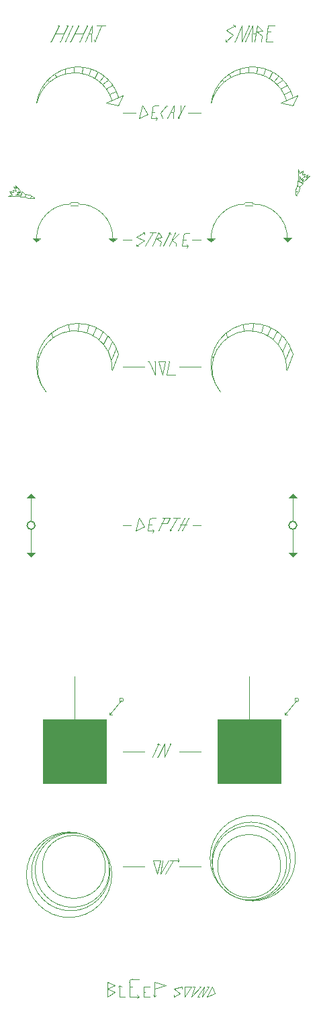
<source format=gto>
G04 #@! TF.GenerationSoftware,KiCad,Pcbnew,(6.0.0)*
G04 #@! TF.CreationDate,2022-01-31T09:39:20+01:00*
G04 #@! TF.ProjectId,Snare+Hihat,536e6172-652b-4486-9968-61742e6b6963,rev?*
G04 #@! TF.SameCoordinates,Original*
G04 #@! TF.FileFunction,Legend,Top*
G04 #@! TF.FilePolarity,Positive*
%FSLAX46Y46*%
G04 Gerber Fmt 4.6, Leading zero omitted, Abs format (unit mm)*
G04 Created by KiCad (PCBNEW (6.0.0)) date 2022-01-31 09:39:20*
%MOMM*%
%LPD*%
G01*
G04 APERTURE LIST*
%ADD10C,0.120000*%
%ADD11C,0.100000*%
%ADD12C,0.150000*%
%ADD13O,6.700000X4.200000*%
G04 APERTURE END LIST*
D10*
X132200000Y-148000000D02*
X132200000Y-149400000D01*
X133400000Y-149400000D02*
X134600000Y-149400000D01*
X130600000Y-149400000D02*
X131600000Y-148800000D01*
X131600000Y-148800000D02*
X130600000Y-148400000D01*
X132200000Y-149400000D02*
X132800000Y-149400000D01*
X133800000Y-147200000D02*
X134600000Y-147200000D01*
X135200000Y-149400000D02*
X136000000Y-149400000D01*
X136600000Y-147600000D02*
X138000000Y-148000000D01*
X133400000Y-147600000D02*
X133400000Y-149400000D01*
X133400000Y-148200000D02*
X133800000Y-148200000D01*
X135200000Y-148200000D02*
X135200000Y-149400000D01*
X136400000Y-149200000D02*
X136600000Y-149400000D01*
X135200000Y-148200000D02*
X136000000Y-148200000D01*
X136600000Y-149400000D02*
X136600000Y-149200000D01*
X136600000Y-147600000D02*
X136600000Y-149400000D01*
X138000000Y-148000000D02*
X136600000Y-148400000D01*
X135200000Y-148800000D02*
X135400000Y-148800000D01*
X130600000Y-148400000D02*
X131600000Y-148000000D01*
X136600000Y-149400000D02*
X136800000Y-149200000D01*
X130600000Y-147600000D02*
X130600000Y-149400000D01*
X131600000Y-148000000D02*
X130600000Y-147600000D01*
X143400000Y-148200000D02*
X143200000Y-148200000D01*
X139000000Y-149400000D02*
X139000000Y-149200000D01*
X140400000Y-148200000D02*
X140400000Y-149400000D01*
X141600000Y-148200000D02*
X141200000Y-149400000D01*
X141200000Y-149400000D02*
X142400000Y-148200000D01*
X143800000Y-148200000D02*
X143200000Y-149400000D01*
X143800000Y-148200000D02*
X144200000Y-149000000D01*
X140000000Y-148200000D02*
X140000000Y-148400000D01*
X132200000Y-148000000D02*
X132000000Y-148200000D01*
X132200000Y-148000000D02*
X132400000Y-148200000D01*
X142800000Y-148200000D02*
X142600000Y-149400000D01*
X133800000Y-147200000D02*
G75*
G03*
X133400000Y-147600000I-1J-399999D01*
G01*
X139800000Y-149000000D02*
X139000000Y-149400000D01*
X134600000Y-149400000D02*
X134400000Y-149200000D01*
X134600000Y-149400000D02*
X134400000Y-149600000D01*
X139000000Y-148400000D02*
X139800000Y-149000000D01*
X141200000Y-148200000D02*
X140400000Y-148200000D01*
X142600000Y-149400000D02*
X143400000Y-148200000D01*
X142800000Y-148200000D02*
X142000000Y-149400000D01*
X141600000Y-148200000D02*
X141400000Y-148200000D01*
X142000000Y-149400000D02*
X142200000Y-149400000D01*
X142400000Y-148200000D02*
X142200000Y-148200000D01*
X140400000Y-149400000D02*
X141200000Y-148200000D01*
X143200000Y-149400000D02*
X144200000Y-149000000D01*
X140000000Y-148200000D02*
X139000000Y-148400000D01*
X153100000Y-69100000D02*
X153700000Y-67600000D01*
X150800000Y-66000000D02*
X151200000Y-65100000D01*
X153200000Y-70400000D02*
X154016834Y-68385033D01*
X152700000Y-68000000D02*
X153200000Y-66800000D01*
X152100000Y-67100000D02*
X152600000Y-66100000D01*
X148900000Y-65500000D02*
X149000000Y-64600000D01*
X151500000Y-66500000D02*
X152000000Y-65600000D01*
X153216834Y-70385033D02*
G75*
G03*
X144889960Y-73180994I-4700000J200000D01*
G01*
X154016833Y-68385033D02*
G75*
G03*
X144900000Y-73200000I-5071173J-1436612D01*
G01*
X149983166Y-65714967D02*
X150300000Y-64800000D01*
X147700000Y-64700000D02*
X147800000Y-65500000D01*
X144000000Y-68800000D02*
X143800000Y-68700000D01*
X145700000Y-66400000D02*
X145600000Y-65800000D01*
X137550000Y-71000000D02*
X137050000Y-69300000D01*
X148500000Y-115250000D02*
X148500000Y-109000000D01*
X126500000Y-115250000D02*
X126500000Y-109000000D01*
X125100000Y-28000000D02*
X124700000Y-29000000D01*
X124700000Y-29000000D02*
X124600000Y-29000000D01*
X128700000Y-27000000D02*
X128600000Y-29000000D01*
X129900000Y-27000000D02*
X129000000Y-29000000D01*
X127000000Y-27000000D02*
X126000000Y-29000000D01*
X126500000Y-28000000D02*
X127600000Y-28000000D01*
X126000000Y-29000000D02*
X125900000Y-29000000D01*
X129900000Y-27000000D02*
X130400000Y-27000000D01*
X124500000Y-27000000D02*
X123500000Y-29000000D01*
X125600000Y-27000000D02*
X125500000Y-27000000D01*
X127600000Y-28000000D02*
X127200000Y-29000000D01*
X124000000Y-28000000D02*
X125100000Y-28000000D01*
X124500000Y-27000000D02*
X124400000Y-27000000D01*
X128100000Y-27000000D02*
X128000000Y-27000000D01*
X127200000Y-29000000D02*
X127100000Y-29000000D01*
X127000000Y-27000000D02*
X126900000Y-27000000D01*
X123500000Y-29000000D02*
X123400000Y-29000000D01*
X125100000Y-28000000D02*
X125600000Y-27000000D01*
X127600000Y-28000000D02*
X128100000Y-27000000D01*
X128700000Y-27000000D02*
X127800000Y-29000000D01*
X126200000Y-27000000D02*
X125300000Y-29000000D01*
X128600000Y-28000000D02*
X128300000Y-28000000D01*
X129900000Y-27000000D02*
X129300000Y-27000000D01*
X129000000Y-29000000D02*
X129200000Y-28900000D01*
X129000000Y-29000000D02*
X128900000Y-28800000D01*
X149300000Y-28000000D02*
X149000000Y-28000000D01*
X145500000Y-29000000D02*
X145700000Y-29000000D01*
X148900000Y-27000000D02*
X148800000Y-29000000D01*
X146500000Y-28200000D02*
X145500000Y-29000000D01*
X146700000Y-27000000D02*
X145600000Y-27600000D01*
X148500000Y-27000000D02*
X147600000Y-29000000D01*
X147600000Y-27000000D02*
X147600000Y-29000000D01*
X149500000Y-27000000D02*
X149200000Y-29000000D01*
X148900000Y-27000000D02*
X148000000Y-29000000D01*
X150600000Y-29000000D02*
X150900000Y-27000000D01*
X149400000Y-27800000D02*
X150100000Y-28300000D01*
X150600000Y-29000000D02*
X151500000Y-29000000D01*
X145500000Y-29000000D02*
X145500000Y-28800000D01*
X145600000Y-27600000D02*
X146500000Y-28200000D01*
X146700000Y-27000000D02*
X146700000Y-27200000D01*
X148500000Y-27000000D02*
X148400000Y-27000000D01*
X146700000Y-27000000D02*
X146500000Y-26900000D01*
X150900000Y-27000000D02*
X151700000Y-27000000D01*
X149500000Y-27000000D02*
X150200000Y-27700000D01*
X150100000Y-28300000D02*
X150000000Y-29000000D01*
X150800000Y-27800000D02*
X151200000Y-27800000D01*
X150200000Y-27700000D02*
X149400000Y-27800000D01*
X147600000Y-27000000D02*
X146700000Y-29000000D01*
X146700000Y-29000000D02*
X146600000Y-29000000D01*
D11*
X152500000Y-122500000D02*
X144500000Y-122500000D01*
X144500000Y-122500000D02*
X144500000Y-114500000D01*
X144500000Y-114500000D02*
X152500000Y-114500000D01*
X152500000Y-114500000D02*
X152500000Y-122500000D01*
G36*
X152500000Y-122500000D02*
G01*
X144500000Y-122500000D01*
X144500000Y-114500000D01*
X152500000Y-114500000D01*
X152500000Y-122500000D01*
G37*
X152500000Y-122500000D02*
X144500000Y-122500000D01*
X144500000Y-114500000D01*
X152500000Y-114500000D01*
X152500000Y-122500000D01*
D10*
X138500000Y-132200000D02*
X139200000Y-132200000D01*
X136900000Y-133900000D02*
X136400000Y-132200000D01*
X136400000Y-132200000D02*
X137300000Y-132200000D01*
X137600000Y-132200000D02*
X137300000Y-133900000D01*
X137300000Y-133900000D02*
X138300000Y-132200000D01*
X137300000Y-132200000D02*
X136900000Y-133900000D01*
X138900000Y-132200000D02*
X137900000Y-133900000D01*
X130886150Y-133450000D02*
G75*
G03*
X130886150Y-133450000I-4686150J0D01*
G01*
X130369887Y-133050000D02*
G75*
G03*
X130369887Y-133050000I-3969887J0D01*
G01*
X131185165Y-134050000D02*
G75*
G03*
X131185165Y-134050000I-5385165J0D01*
G01*
X130939636Y-133650000D02*
G75*
G03*
X130939636Y-133650000I-4939636J0D01*
G01*
X154335165Y-131950000D02*
G75*
G03*
X154335165Y-131950000I-5385165J0D01*
G01*
X153689636Y-132350000D02*
G75*
G03*
X153689636Y-132350000I-4939636J0D01*
G01*
X153236150Y-132550000D02*
G75*
G03*
X153236150Y-132550000I-4686150J0D01*
G01*
X152469887Y-132950000D02*
G75*
G03*
X152469887Y-132950000I-3969887J0D01*
G01*
X154750000Y-112000000D02*
G75*
G03*
X154750000Y-112000000I-250000J0D01*
G01*
X154500000Y-112000000D02*
X153000000Y-113900000D01*
X153000000Y-113900000D02*
X153300000Y-113900000D01*
X153000000Y-113900000D02*
X153000000Y-113600000D01*
X137100000Y-117500000D02*
X136900000Y-117600000D01*
X137000000Y-119200000D02*
X137800000Y-117500000D01*
X137000000Y-119200000D02*
X136900000Y-119200000D01*
X137800000Y-117500000D02*
X137800000Y-119200000D01*
X137100000Y-117500000D02*
X137200000Y-117700000D01*
X137800000Y-119200000D02*
X138600000Y-117500000D01*
X136300000Y-119200000D02*
X137100000Y-117500000D01*
X138600000Y-117500000D02*
X138500000Y-117500000D01*
X135300000Y-53100000D02*
X135300000Y-53300000D01*
X135300000Y-54100000D02*
X134300000Y-54800000D01*
X135300000Y-53100000D02*
X134300000Y-53700000D01*
X134300000Y-54800000D02*
X134300000Y-54600000D01*
X134300000Y-54800000D02*
X134500000Y-54800000D01*
X136400000Y-53100000D02*
X135400000Y-54800000D01*
X134300000Y-53700000D02*
X135300000Y-54100000D01*
X137500000Y-53700000D02*
X136800000Y-53800000D01*
X137400000Y-54300000D02*
X137200000Y-54800000D01*
X137100000Y-53100000D02*
X137500000Y-53700000D01*
X136000000Y-53100000D02*
X136700000Y-53100000D01*
X137100000Y-53100000D02*
X136300000Y-54800000D01*
X135300000Y-53100000D02*
X135100000Y-53100000D01*
X136800000Y-53800000D02*
X137400000Y-54300000D01*
X137700000Y-54800000D02*
X138500000Y-53100000D01*
X140600000Y-53200000D02*
G75*
G03*
X140200000Y-53600000I-1J-399999D01*
G01*
X140800000Y-54800000D02*
X140600000Y-55000000D01*
X140200000Y-54000000D02*
X140500000Y-54000000D01*
X140000000Y-54800000D02*
X140700000Y-54800000D01*
X140600000Y-53200000D02*
X141000000Y-53200000D01*
X140200000Y-53600000D02*
X140000000Y-54800000D01*
X138800000Y-54100000D02*
X139700000Y-53200000D01*
X138500000Y-53100000D02*
X138300000Y-53200000D01*
X138400000Y-54800000D02*
X139200000Y-53100000D01*
X138500000Y-53100000D02*
X138600000Y-53300000D01*
X138800000Y-54100000D02*
X139300000Y-54400000D01*
X139300000Y-54400000D02*
X139300000Y-54800000D01*
X140800000Y-54800000D02*
X140600000Y-54600000D01*
X137600000Y-38700000D02*
X137700000Y-38600000D01*
X138100000Y-37100000D02*
X137300000Y-38000000D01*
X139900000Y-38000000D02*
X139900000Y-37100000D01*
X134600000Y-38700000D02*
X135700000Y-38200000D01*
X137300000Y-38000000D02*
X137600000Y-38700000D01*
X135000000Y-37100000D02*
X134600000Y-38700000D01*
X135700000Y-38200000D02*
X135000000Y-37100000D01*
X139900000Y-38000000D02*
X140400000Y-37100000D01*
X138100000Y-37100000D02*
X138200000Y-37200000D01*
X139500000Y-38700000D02*
X139500000Y-38500000D01*
X139500000Y-38700000D02*
X139700000Y-38600000D01*
X136700000Y-37100000D02*
G75*
G03*
X136300000Y-37500000I-1J-399999D01*
G01*
X136100000Y-38700000D02*
X136800000Y-38700000D01*
X136900000Y-38700000D02*
X136700000Y-38500000D01*
X138900000Y-37900000D02*
X138600000Y-37900000D01*
X136700000Y-37100000D02*
X137100000Y-37100000D01*
X136300000Y-37500000D02*
X136100000Y-38700000D01*
X139000000Y-37100000D02*
X138900000Y-38700000D01*
X136900000Y-38700000D02*
X136700000Y-38900000D01*
X136300000Y-37900000D02*
X136600000Y-37900000D01*
X139000000Y-37100000D02*
X138200000Y-38700000D01*
X139900000Y-38000000D02*
X139500000Y-38700000D01*
X121400757Y-48710619D02*
G75*
G03*
X120300000Y-48300000I-999997J-999995D01*
G01*
X120200758Y-48610618D02*
X119600758Y-48610618D01*
X119100758Y-47810618D02*
X118800758Y-47310618D01*
X118800758Y-47310618D02*
X119100758Y-47510618D01*
X119400758Y-48210618D02*
X119000758Y-48310618D01*
X118300758Y-47910618D02*
X118800758Y-48010618D01*
X119000758Y-47110618D02*
X119700758Y-47910618D01*
X119500758Y-48510618D02*
X118100758Y-48510618D01*
X119400758Y-47810618D02*
X119500758Y-48110618D01*
X118700758Y-47710618D02*
X119100758Y-47810618D01*
X119000758Y-48310618D02*
X119600758Y-48310618D01*
X118600758Y-48310618D02*
X118300758Y-47910618D01*
X121000759Y-48510618D02*
G75*
G03*
X120966896Y-48819083I399994J-200001D01*
G01*
X119200758Y-48010618D02*
X119400758Y-48210618D01*
X118100758Y-48510618D02*
X118600758Y-48310618D01*
X119700758Y-48110618D02*
X119400758Y-47810618D01*
X119100758Y-47510618D02*
X119000758Y-47110618D01*
X120200758Y-48610618D02*
G75*
G03*
X121396965Y-48797347I799999J1200000D01*
G01*
X119600758Y-48610618D02*
X119900758Y-47910618D01*
X119900758Y-47910618D02*
X120300758Y-48310618D01*
X118800758Y-48010618D02*
X118700758Y-47710618D01*
X119500758Y-48110618D02*
X119200758Y-48010618D01*
X121425758Y-48735618D02*
X121400757Y-48710619D01*
X120300758Y-48310618D02*
X120200758Y-48610618D01*
X121389271Y-48770418D02*
X121425758Y-48760618D01*
X154429582Y-48389271D02*
X154439382Y-48425758D01*
X154889382Y-47300758D02*
X154589382Y-47200758D01*
X154889382Y-46000758D02*
X154889382Y-46600758D01*
X155189382Y-46200758D02*
X154989382Y-46400758D01*
X155389382Y-46400758D02*
X155089382Y-46500758D01*
X155889382Y-45800758D02*
X155689382Y-46100758D01*
X156089382Y-46000758D02*
X155289382Y-46700758D01*
X155089382Y-46500758D02*
X155189382Y-46200758D01*
X154464382Y-48425758D02*
X154489381Y-48400757D01*
X154689382Y-45100758D02*
X154889382Y-45600758D01*
X154589382Y-46600758D02*
X155289382Y-46900758D01*
X155489382Y-45700758D02*
X155389382Y-46100758D01*
X154589382Y-47200758D02*
G75*
G03*
X154402653Y-48396965I1200000J-799999D01*
G01*
X154989382Y-46400758D02*
X154889382Y-46000758D01*
X155689382Y-46100758D02*
X156089382Y-46000758D01*
X155189382Y-45800758D02*
X155489382Y-45700758D01*
X154889382Y-45600758D02*
X155289382Y-45300758D01*
X155289382Y-45300758D02*
X155189382Y-45800758D01*
X155389382Y-46100758D02*
X155889382Y-45800758D01*
X154589382Y-47200758D02*
X154589382Y-46600758D01*
X154489381Y-48400757D02*
G75*
G03*
X154900000Y-47300000I-999995J999997D01*
G01*
X154689382Y-48000759D02*
G75*
G03*
X154380917Y-47966896I-200001J-399994D01*
G01*
X155289382Y-46900758D02*
X154889382Y-47300758D01*
X154689382Y-46500758D02*
X154689382Y-45100758D01*
X155089382Y-46700758D02*
X155389382Y-46400758D01*
X126000000Y-49500000D02*
G75*
G03*
X121701488Y-53913118I0J-4300000D01*
G01*
X126000000Y-49300000D02*
X126900000Y-49300000D01*
D11*
X121200000Y-53800000D02*
X122200000Y-53800000D01*
X122200000Y-53800000D02*
X121700000Y-54300000D01*
X121700000Y-54300000D02*
X121200000Y-53800000D01*
G36*
X121700000Y-54300000D02*
G01*
X121200000Y-53800000D01*
X122200000Y-53800000D01*
X121700000Y-54300000D01*
G37*
X121700000Y-54300000D02*
X121200000Y-53800000D01*
X122200000Y-53800000D01*
X121700000Y-54300000D01*
D10*
X126000000Y-49700000D02*
X126900000Y-49700000D01*
X131313118Y-53798512D02*
G75*
G03*
X126900000Y-49500000I-4300000J0D01*
G01*
D11*
X130820000Y-53800000D02*
X131820000Y-53800000D01*
X131820000Y-53800000D02*
X131320000Y-54300000D01*
X131320000Y-54300000D02*
X130820000Y-53800000D01*
G36*
X131320000Y-54300000D02*
G01*
X130820000Y-53800000D01*
X131820000Y-53800000D01*
X131320000Y-54300000D01*
G37*
X131320000Y-54300000D02*
X130820000Y-53800000D01*
X131820000Y-53800000D01*
X131320000Y-54300000D01*
D10*
X122000000Y-68800000D02*
X121800000Y-68700000D01*
X127983166Y-65714967D02*
X128300000Y-64800000D01*
X129500000Y-66500000D02*
X130000000Y-65600000D01*
X126900000Y-65500000D02*
X127000000Y-64600000D01*
X130100000Y-67100000D02*
X130600000Y-66100000D01*
X130700000Y-68000000D02*
X131200000Y-66800000D01*
X125700000Y-64700000D02*
X125800000Y-65500000D01*
X131200000Y-70400000D02*
X132016834Y-68385033D01*
X128800000Y-66000000D02*
X129200000Y-65100000D01*
X123700000Y-66400000D02*
X123600000Y-65800000D01*
X132016833Y-68385033D02*
G75*
G03*
X122900000Y-73200000I-5071173J-1436612D01*
G01*
X131100000Y-69100000D02*
X131700000Y-67600000D01*
X131216834Y-70385033D02*
G75*
G03*
X122889960Y-73180994I-4700000J200000D01*
G01*
X131199999Y-36400000D02*
G75*
G03*
X121723949Y-36805395I-4683165J-1485034D01*
G01*
X131700000Y-35300000D02*
X130900000Y-35600000D01*
X125300000Y-33100000D02*
X125300000Y-32500000D01*
X129600000Y-34000000D02*
X130100000Y-33400000D01*
X130500000Y-36700000D02*
X132600000Y-35800000D01*
X130500000Y-35000000D02*
X131200000Y-34500000D01*
X129000000Y-33600000D02*
X129400000Y-32900000D01*
X126400000Y-32900000D02*
X126400000Y-32300000D01*
X132600000Y-35800000D02*
X132000000Y-37100000D01*
X123300000Y-34100000D02*
X123100000Y-33900000D01*
X130700000Y-33900000D02*
X130000000Y-34400000D01*
X127400000Y-33000000D02*
X127500000Y-32300000D01*
X122600000Y-34900000D02*
X122500000Y-34800000D01*
X132000000Y-37100000D02*
X130500000Y-36700000D01*
X128300000Y-33300000D02*
X128500000Y-32500000D01*
X124000000Y-33200000D02*
X124200000Y-33500000D01*
X132016834Y-36000000D02*
G75*
G03*
X121700233Y-36802142I-5071173J-1521644D01*
G01*
X153199999Y-36400000D02*
G75*
G03*
X143723949Y-36805395I-4683165J-1485034D01*
G01*
X153700000Y-35300000D02*
X152900000Y-35600000D01*
X151600000Y-34000000D02*
X152100000Y-33400000D01*
X152500000Y-35000000D02*
X153200000Y-34500000D01*
X151000000Y-33600000D02*
X151400000Y-32900000D01*
X152500000Y-36700000D02*
X154600000Y-35800000D01*
X148400000Y-32900000D02*
X148400000Y-32300000D01*
X154600000Y-35800000D02*
X154000000Y-37100000D01*
X145300000Y-34100000D02*
X145100000Y-33900000D01*
X152700000Y-33900000D02*
X152000000Y-34400000D01*
X147300000Y-33100000D02*
X147300000Y-32500000D01*
X149400000Y-33000000D02*
X149500000Y-32300000D01*
X150300000Y-33300000D02*
X150500000Y-32500000D01*
X154016834Y-36000000D02*
G75*
G03*
X143700233Y-36802142I-5071173J-1521644D01*
G01*
X146000000Y-33200000D02*
X146200000Y-33500000D01*
X144600000Y-34900000D02*
X144500000Y-34800000D01*
X154000000Y-37100000D02*
X152500000Y-36700000D01*
D11*
X143200000Y-53800000D02*
X144200000Y-53800000D01*
X144200000Y-53800000D02*
X143700000Y-54300000D01*
X143700000Y-54300000D02*
X143200000Y-53800000D01*
G36*
X143700000Y-54300000D02*
G01*
X143200000Y-53800000D01*
X144200000Y-53800000D01*
X143700000Y-54300000D01*
G37*
X143700000Y-54300000D02*
X143200000Y-53800000D01*
X144200000Y-53800000D01*
X143700000Y-54300000D01*
D10*
X148000000Y-49500000D02*
G75*
G03*
X143701488Y-53913118I0J-4300000D01*
G01*
X153313118Y-53800000D02*
G75*
G03*
X148900000Y-49500000I-4300000J1488D01*
G01*
D11*
X152820000Y-53790000D02*
X153820000Y-53790000D01*
X153820000Y-53790000D02*
X153320000Y-54290000D01*
X153320000Y-54290000D02*
X152820000Y-53790000D01*
G36*
X153320000Y-54290000D02*
G01*
X152820000Y-53790000D01*
X153820000Y-53790000D01*
X153320000Y-54290000D01*
G37*
X153320000Y-54290000D02*
X152820000Y-53790000D01*
X153820000Y-53790000D01*
X153320000Y-54290000D01*
D10*
X135300000Y-118500000D02*
X132600000Y-118500000D01*
X141300000Y-54000000D02*
X142400000Y-54000000D01*
X133700000Y-54000000D02*
X132600000Y-54000000D01*
X154000000Y-90500000D02*
X154000000Y-93500000D01*
D11*
X121000000Y-94000000D02*
X120500000Y-93500000D01*
X120500000Y-93500000D02*
X121500000Y-93500000D01*
X121500000Y-93500000D02*
X121000000Y-94000000D01*
G36*
X121000000Y-94000000D02*
G01*
X120500000Y-93500000D01*
X121500000Y-93500000D01*
X121000000Y-94000000D01*
G37*
X121000000Y-94000000D02*
X120500000Y-93500000D01*
X121500000Y-93500000D01*
X121000000Y-94000000D01*
D12*
X121500000Y-90000000D02*
G75*
G03*
X121500000Y-90000000I-500000J0D01*
G01*
D10*
X121000000Y-90500000D02*
X121000000Y-93500000D01*
X121000000Y-89500000D02*
X121000000Y-86500000D01*
D11*
X121500000Y-86500000D02*
X120500000Y-86500000D01*
X120500000Y-86500000D02*
X121000000Y-86000000D01*
X121000000Y-86000000D02*
X121500000Y-86500000D01*
G36*
X121500000Y-86500000D02*
G01*
X120500000Y-86500000D01*
X121000000Y-86000000D01*
X121500000Y-86500000D01*
G37*
X121500000Y-86500000D02*
X120500000Y-86500000D01*
X121000000Y-86000000D01*
X121500000Y-86500000D01*
D10*
X140400000Y-89100000D02*
X139500000Y-90700000D01*
X140900000Y-89100000D02*
X140000000Y-90700000D01*
X134600000Y-89100000D02*
X134200000Y-90700000D01*
X138500000Y-90700000D02*
X138700000Y-90600000D01*
X135700000Y-90700000D02*
X136400000Y-90700000D01*
X135900000Y-89900000D02*
X136200000Y-89900000D01*
X139800000Y-89900000D02*
X140600000Y-89900000D01*
X135300000Y-90200000D02*
X134600000Y-89100000D01*
X138500000Y-89100000D02*
X138200000Y-89700000D01*
X138500000Y-90700000D02*
X138500000Y-90500000D01*
X139400000Y-89100000D02*
X138500000Y-90700000D01*
X138200000Y-89700000D02*
X137400000Y-89700000D01*
X135900000Y-89500000D02*
X135700000Y-90700000D01*
X136300000Y-89100000D02*
G75*
G03*
X135900000Y-89500000I-1J-399999D01*
G01*
X136300000Y-89100000D02*
X136700000Y-89100000D01*
X136500000Y-90700000D02*
X136300000Y-90500000D01*
X136500000Y-90700000D02*
X136300000Y-90900000D01*
X138900000Y-89100000D02*
X139800000Y-89100000D01*
X137800000Y-89100000D02*
X137100000Y-90700000D01*
X134200000Y-90700000D02*
X135300000Y-90200000D01*
X137600000Y-89100000D02*
X138500000Y-89100000D01*
X133600000Y-90000000D02*
X132600000Y-90000000D01*
X141400000Y-90000000D02*
X142400000Y-90000000D01*
X139600000Y-132200000D02*
X139500000Y-132400000D01*
D11*
X154500000Y-86500000D02*
X153500000Y-86500000D01*
X153500000Y-86500000D02*
X154000000Y-86000000D01*
X154000000Y-86000000D02*
X154500000Y-86500000D01*
G36*
X154500000Y-86500000D02*
G01*
X153500000Y-86500000D01*
X154000000Y-86000000D01*
X154500000Y-86500000D01*
G37*
X154500000Y-86500000D02*
X153500000Y-86500000D01*
X154000000Y-86000000D01*
X154500000Y-86500000D01*
D10*
X134200000Y-38000000D02*
X132600000Y-38000000D01*
X140800000Y-38000000D02*
X142400000Y-38000000D01*
D11*
X130500000Y-122500000D02*
X122500000Y-122500000D01*
X122500000Y-122500000D02*
X122500000Y-114500000D01*
X122500000Y-114500000D02*
X130500000Y-114500000D01*
X130500000Y-114500000D02*
X130500000Y-122500000D01*
G36*
X130500000Y-122500000D02*
G01*
X122500000Y-122500000D01*
X122500000Y-114500000D01*
X130500000Y-114500000D01*
X130500000Y-122500000D01*
G37*
X130500000Y-122500000D02*
X122500000Y-122500000D01*
X122500000Y-114500000D01*
X130500000Y-114500000D01*
X130500000Y-122500000D01*
D10*
X139700000Y-70000000D02*
X142400000Y-70000000D01*
X135850000Y-69300000D02*
X136650000Y-71000000D01*
X130900000Y-113900000D02*
X130900000Y-113600000D01*
X139700000Y-118500000D02*
X142400000Y-118500000D01*
X148000000Y-49700000D02*
X148900000Y-49700000D01*
X135300000Y-70000000D02*
X132600000Y-70000000D01*
D11*
X154000000Y-94000000D02*
X153500000Y-93500000D01*
X153500000Y-93500000D02*
X154500000Y-93500000D01*
X154500000Y-93500000D02*
X154000000Y-94000000D01*
G36*
X154000000Y-94000000D02*
G01*
X153500000Y-93500000D01*
X154500000Y-93500000D01*
X154000000Y-94000000D01*
G37*
X154000000Y-94000000D02*
X153500000Y-93500000D01*
X154500000Y-93500000D01*
X154000000Y-94000000D01*
D12*
X154500000Y-90000000D02*
G75*
G03*
X154500000Y-90000000I-500000J0D01*
G01*
D10*
X138050000Y-71000000D02*
X139150000Y-71000000D01*
X139600000Y-132200000D02*
X139500000Y-132000000D01*
X137950000Y-69300000D02*
X137550000Y-71000000D01*
X138450000Y-69300000D02*
X138050000Y-71000000D01*
X132400000Y-112000000D02*
X130900000Y-113900000D01*
X135300000Y-133000000D02*
X132600000Y-133000000D01*
X136650000Y-69300000D02*
X136550000Y-69300000D01*
X138450000Y-69300000D02*
X138350000Y-69300000D01*
X135850000Y-69300000D02*
X135750000Y-69300000D01*
X139700000Y-133000000D02*
X142400000Y-133000000D01*
X139200000Y-132200000D02*
X139600000Y-132200000D01*
X137050000Y-69300000D02*
X137950000Y-69300000D01*
X148000000Y-49300000D02*
X148900000Y-49300000D01*
X130900000Y-113900000D02*
X131200000Y-113900000D01*
X132650000Y-112000000D02*
G75*
G03*
X132650000Y-112000000I-250000J0D01*
G01*
X136650000Y-71000000D02*
X136650000Y-69300000D01*
X154000000Y-89500000D02*
X154000000Y-86500000D01*
%LPC*%
D11*
X124000000Y-104000000D02*
X129000000Y-104000000D01*
X129000000Y-104000000D02*
X129000000Y-109000000D01*
X129000000Y-109000000D02*
X124000000Y-109000000D01*
X124000000Y-109000000D02*
X124000000Y-104000000D01*
G36*
X129000000Y-109000000D02*
G01*
X124000000Y-109000000D01*
X124000000Y-104000000D01*
X129000000Y-104000000D01*
X129000000Y-109000000D01*
G37*
X129000000Y-109000000D02*
X124000000Y-109000000D01*
X124000000Y-104000000D01*
X129000000Y-104000000D01*
X129000000Y-109000000D01*
X146000000Y-104000000D02*
X151000000Y-104000000D01*
X151000000Y-104000000D02*
X151000000Y-109000000D01*
X151000000Y-109000000D02*
X146000000Y-109000000D01*
X146000000Y-109000000D02*
X146000000Y-104000000D01*
G36*
X151000000Y-109000000D02*
G01*
X146000000Y-109000000D01*
X146000000Y-104000000D01*
X151000000Y-104000000D01*
X151000000Y-109000000D01*
G37*
X151000000Y-109000000D02*
X146000000Y-109000000D01*
X146000000Y-104000000D01*
X151000000Y-104000000D01*
X151000000Y-109000000D01*
D13*
X150000000Y-149500000D03*
X124500000Y-22500000D03*
X150000000Y-22500000D03*
X125000000Y-149500000D03*
M02*

</source>
